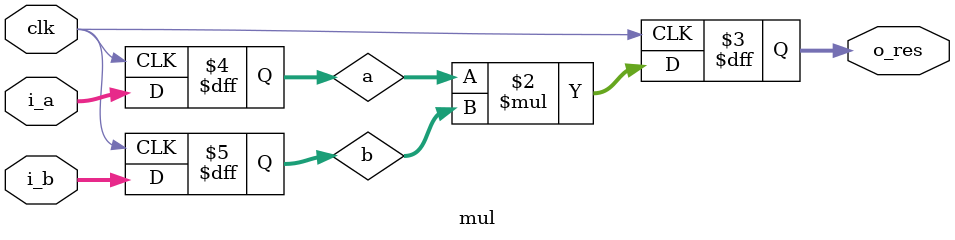
<source format=v>
module mul #(
    parameter N = 18
) (
    input  wire           clk,
    input  wire   [N-1:0] i_a,
    input  wire   [N-1:0] i_b,
    output reg  [2*N-1:0] o_res
);

reg [N-1:0] a, b;

always @(posedge clk) begin
    a     <= i_a;
    b     <= i_b;
    o_res <= a * b;
end

endmodule


</source>
